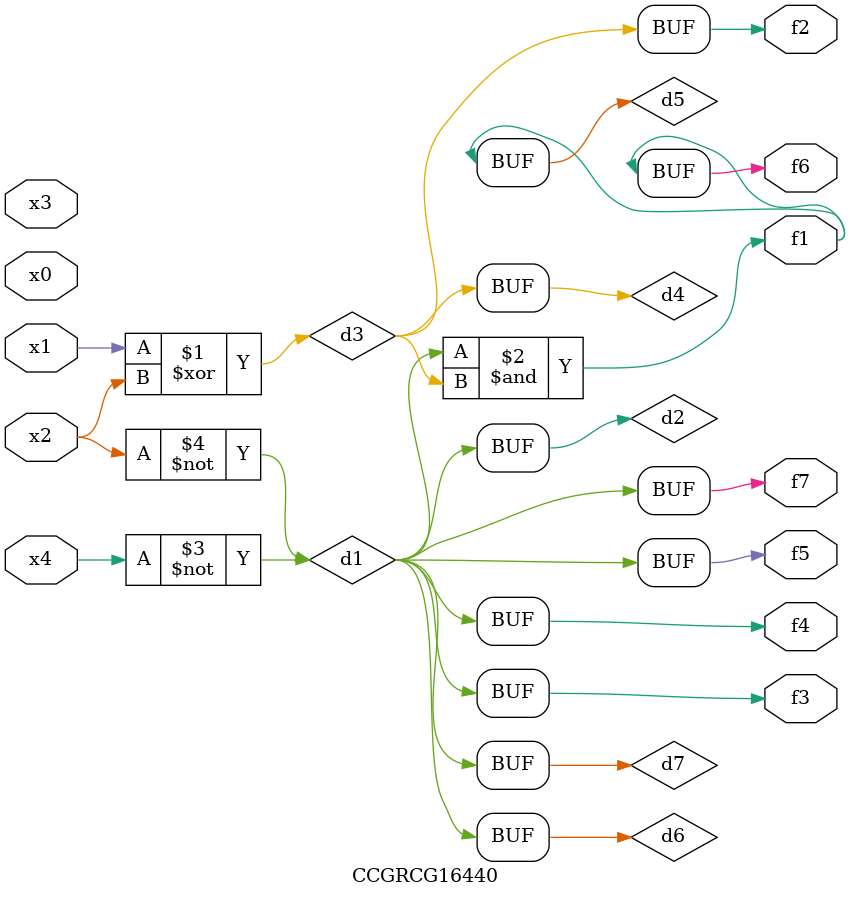
<source format=v>
module CCGRCG16440(
	input x0, x1, x2, x3, x4,
	output f1, f2, f3, f4, f5, f6, f7
);

	wire d1, d2, d3, d4, d5, d6, d7;

	not (d1, x4);
	not (d2, x2);
	xor (d3, x1, x2);
	buf (d4, d3);
	and (d5, d1, d3);
	buf (d6, d1, d2);
	buf (d7, d2);
	assign f1 = d5;
	assign f2 = d4;
	assign f3 = d7;
	assign f4 = d7;
	assign f5 = d7;
	assign f6 = d5;
	assign f7 = d7;
endmodule

</source>
